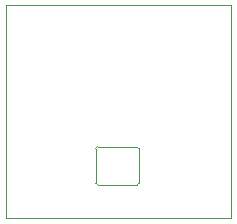
<source format=gbr>
%TF.GenerationSoftware,KiCad,Pcbnew,(6.0.2-0)*%
%TF.CreationDate,2022-10-03T22:05:58+11:00*%
%TF.ProjectId,ameoba,616d656f-6261-42e6-9b69-6361645f7063,rev?*%
%TF.SameCoordinates,Original*%
%TF.FileFunction,Profile,NP*%
%FSLAX46Y46*%
G04 Gerber Fmt 4.6, Leading zero omitted, Abs format (unit mm)*
G04 Created by KiCad (PCBNEW (6.0.2-0)) date 2022-10-03 22:05:58*
%MOMM*%
%LPD*%
G01*
G04 APERTURE LIST*
%TA.AperFunction,Profile*%
%ADD10C,0.100000*%
%TD*%
%TA.AperFunction,Profile*%
%ADD11C,0.120000*%
%TD*%
G04 APERTURE END LIST*
D10*
X16000000Y-34510000D02*
X35000000Y-34510000D01*
X35000000Y-34510000D02*
X35000000Y-16510000D01*
X35000000Y-16510000D02*
X16000000Y-16510000D01*
X16000000Y-16510000D02*
X16000000Y-34510000D01*
D11*
%TO.C,REF\u002A\u002A*%
X27066730Y-28462153D02*
X23730869Y-28451473D01*
X27243607Y-31551854D02*
X27242560Y-28626260D01*
X23755358Y-31728728D02*
X27079500Y-31727684D01*
X23566762Y-28627303D02*
X23579528Y-31564621D01*
X23579528Y-31564621D02*
G75*
G03*
X23755358Y-31728728I184585J21522D01*
G01*
X27079500Y-31727684D02*
G75*
G03*
X27243607Y-31551854I-21522J184585D01*
G01*
X23730869Y-28451473D02*
G75*
G03*
X23566762Y-28627303I21522J-184585D01*
G01*
X27242561Y-28626260D02*
G75*
G03*
X27066730Y-28462153I-184583J-21520D01*
G01*
%TD*%
M02*

</source>
